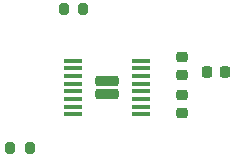
<source format=gbr>
%TF.GenerationSoftware,KiCad,Pcbnew,(7.0.0)*%
%TF.CreationDate,2023-05-21T11:30:13-07:00*%
%TF.ProjectId,DRV8874-breakout-board,44525638-3837-4342-9d62-7265616b6f75,rev?*%
%TF.SameCoordinates,Original*%
%TF.FileFunction,Paste,Top*%
%TF.FilePolarity,Positive*%
%FSLAX46Y46*%
G04 Gerber Fmt 4.6, Leading zero omitted, Abs format (unit mm)*
G04 Created by KiCad (PCBNEW (7.0.0)) date 2023-05-21 11:30:13*
%MOMM*%
%LPD*%
G01*
G04 APERTURE LIST*
G04 Aperture macros list*
%AMRoundRect*
0 Rectangle with rounded corners*
0 $1 Rounding radius*
0 $2 $3 $4 $5 $6 $7 $8 $9 X,Y pos of 4 corners*
0 Add a 4 corners polygon primitive as box body*
4,1,4,$2,$3,$4,$5,$6,$7,$8,$9,$2,$3,0*
0 Add four circle primitives for the rounded corners*
1,1,$1+$1,$2,$3*
1,1,$1+$1,$4,$5*
1,1,$1+$1,$6,$7*
1,1,$1+$1,$8,$9*
0 Add four rect primitives between the rounded corners*
20,1,$1+$1,$2,$3,$4,$5,0*
20,1,$1+$1,$4,$5,$6,$7,0*
20,1,$1+$1,$6,$7,$8,$9,0*
20,1,$1+$1,$8,$9,$2,$3,0*%
G04 Aperture macros list end*
%ADD10RoundRect,0.232500X-0.757500X-0.232500X0.757500X-0.232500X0.757500X0.232500X-0.757500X0.232500X0*%
%ADD11RoundRect,0.100000X-0.687500X-0.100000X0.687500X-0.100000X0.687500X0.100000X-0.687500X0.100000X0*%
%ADD12RoundRect,0.225000X0.250000X-0.225000X0.250000X0.225000X-0.250000X0.225000X-0.250000X-0.225000X0*%
%ADD13RoundRect,0.200000X0.200000X0.275000X-0.200000X0.275000X-0.200000X-0.275000X0.200000X-0.275000X0*%
%ADD14RoundRect,0.225000X0.225000X0.250000X-0.225000X0.250000X-0.225000X-0.250000X0.225000X-0.250000X0*%
%ADD15RoundRect,0.200000X-0.200000X-0.275000X0.200000X-0.275000X0.200000X0.275000X-0.200000X0.275000X0*%
G04 APERTURE END LIST*
D10*
%TO.C,U101*%
X129950000Y-96220000D03*
X129950000Y-97380000D03*
D11*
X127087500Y-94525000D03*
X127087500Y-95175000D03*
X127087500Y-95825000D03*
X127087500Y-96475000D03*
X127087500Y-97125000D03*
X127087500Y-97775000D03*
X127087500Y-98425000D03*
X127087500Y-99075000D03*
X132812500Y-99075000D03*
X132812500Y-98425000D03*
X132812500Y-97775000D03*
X132812500Y-97125000D03*
X132812500Y-96475000D03*
X132812500Y-95825000D03*
X132812500Y-95175000D03*
X132812500Y-94525000D03*
%TD*%
D12*
%TO.C,C101*%
X136300000Y-95775000D03*
X136300000Y-94225000D03*
%TD*%
%TO.C,C102*%
X136300000Y-98975000D03*
X136300000Y-97425000D03*
%TD*%
D13*
%TO.C,R101*%
X123425000Y-101900000D03*
X121775000Y-101900000D03*
%TD*%
D14*
%TO.C,C103*%
X139975000Y-95500000D03*
X138425000Y-95500000D03*
%TD*%
D15*
%TO.C,R102*%
X126275000Y-90200000D03*
X127925000Y-90200000D03*
%TD*%
M02*

</source>
